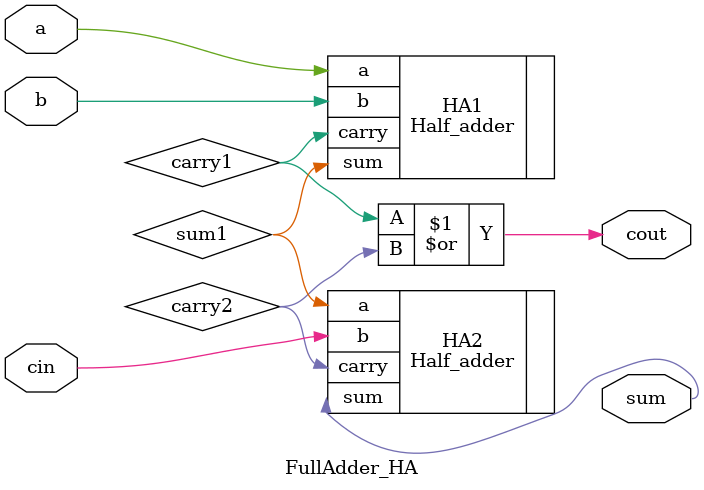
<source format=v>
`timescale 1ns / 1ps

module FullAdder_HA(
        input a,b,cin,
        output sum,cout
    );
        //intermediatry wires
        wire sum1,carry1,carry2;
        
        Half_adder HA1(.a(a),.b(b),.sum(sum1),.carry(carry1));
        Half_adder HA2(.a(sum1),.b(cin),.sum(sum),.carry(carry2));
        
        or g1(cout,carry1,carry2);    
    
endmodule
</source>
